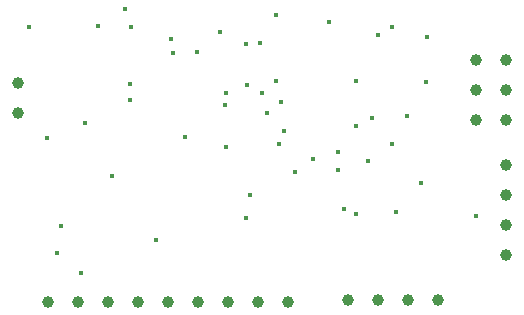
<source format=gbr>
%TF.GenerationSoftware,KiCad,Pcbnew,7.0.5-0*%
%TF.CreationDate,2023-07-20T08:32:21+02:00*%
%TF.ProjectId,MCU-Datalogger,4d43552d-4461-4746-916c-6f676765722e,V1.0*%
%TF.SameCoordinates,Original*%
%TF.FileFunction,Plated,1,4,PTH,Drill*%
%TF.FilePolarity,Positive*%
%FSLAX46Y46*%
G04 Gerber Fmt 4.6, Leading zero omitted, Abs format (unit mm)*
G04 Created by KiCad (PCBNEW 7.0.5-0) date 2023-07-20 08:32:21*
%MOMM*%
%LPD*%
G01*
G04 APERTURE LIST*
%TA.AperFunction,ViaDrill*%
%ADD10C,0.400000*%
%TD*%
%TA.AperFunction,ComponentDrill*%
%ADD11C,1.000000*%
%TD*%
G04 APERTURE END LIST*
D10*
X132943600Y-80416400D03*
X134467600Y-89814400D03*
X135382000Y-99517200D03*
X135716499Y-97260899D03*
X137363200Y-101244400D03*
X137718800Y-88544400D03*
X138785600Y-80264000D03*
X140004800Y-92964000D03*
X141071600Y-78892400D03*
X141528800Y-85242400D03*
X141528800Y-86563200D03*
X141579600Y-80365600D03*
X143713200Y-98399600D03*
X144983200Y-81381600D03*
X145186400Y-82600800D03*
X146215700Y-89662000D03*
X147218400Y-82499200D03*
X149148800Y-80822300D03*
X149541900Y-87020400D03*
X149656800Y-86004400D03*
X149656800Y-90576400D03*
X151333200Y-81852100D03*
X151384000Y-96520000D03*
X151440500Y-85293200D03*
X151688800Y-94640400D03*
X152501094Y-81766496D03*
X152704800Y-86004400D03*
X153162000Y-87630000D03*
X153873200Y-84988400D03*
X153924000Y-79400400D03*
X154127200Y-90271600D03*
X154279600Y-86753100D03*
X154584400Y-89204800D03*
X155498800Y-92645900D03*
X157060300Y-91541600D03*
X158394400Y-79959200D03*
X159156400Y-90932000D03*
X159156400Y-92456000D03*
X159613600Y-95758000D03*
X160629600Y-96215200D03*
X160680400Y-84988400D03*
X160680400Y-88798400D03*
X161696400Y-91731500D03*
X162001200Y-88087200D03*
X162509200Y-81076800D03*
X163728400Y-80416400D03*
X163749501Y-90301299D03*
X164084000Y-96062800D03*
X164947600Y-87884000D03*
X166166800Y-93624400D03*
X166624000Y-85039200D03*
X166674800Y-81229200D03*
X170840400Y-96367600D03*
D11*
%TO.C,BT1*%
X132080000Y-85085000D03*
X132080000Y-87625000D03*
%TO.C,J3*%
X134620000Y-103632000D03*
X137160000Y-103632000D03*
X139700000Y-103632000D03*
X142240000Y-103632000D03*
X144780000Y-103632000D03*
X147320000Y-103632000D03*
X149860000Y-103632000D03*
X152400000Y-103632000D03*
X154940000Y-103632000D03*
%TO.C,J2*%
X160020000Y-103505000D03*
X162560000Y-103505000D03*
X165100000Y-103505000D03*
X167640000Y-103505000D03*
%TO.C,J4*%
X170810000Y-83200000D03*
X170810000Y-85740000D03*
X170810000Y-88280000D03*
X173350000Y-83200000D03*
X173350000Y-85740000D03*
X173350000Y-88280000D03*
%TO.C,J1*%
X173355000Y-92075000D03*
X173355000Y-94615000D03*
X173355000Y-97155000D03*
X173355000Y-99695000D03*
M02*

</source>
